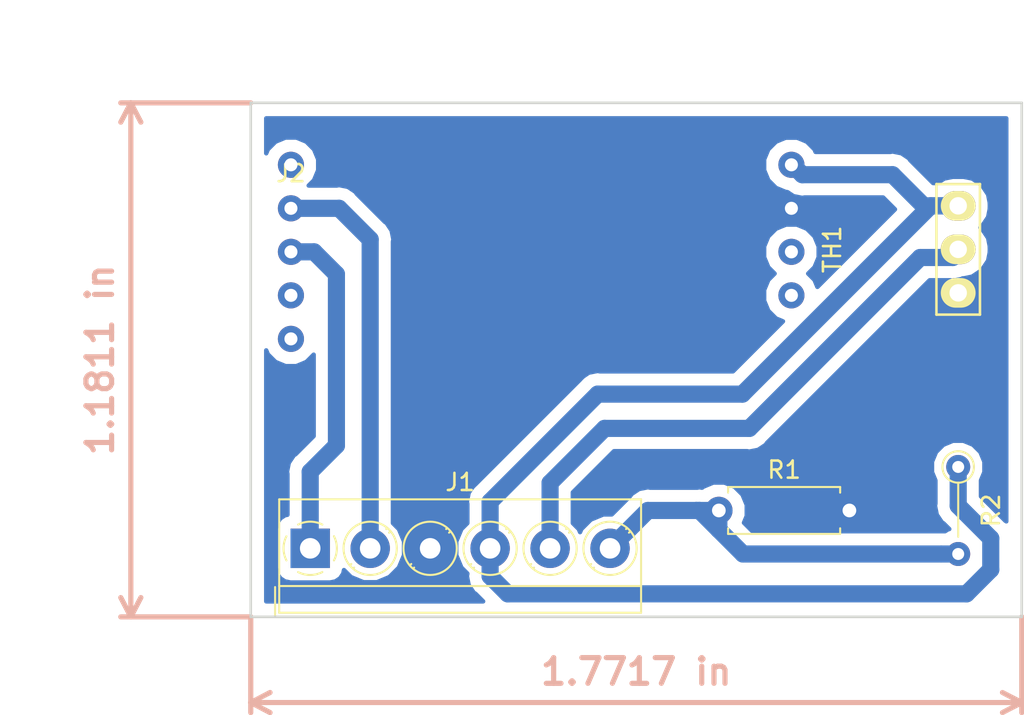
<source format=kicad_pcb>
(kicad_pcb (version 20171130) (host pcbnew "(5.0.1)-4")

  (general
    (thickness 1.6)
    (drawings 6)
    (tracks 56)
    (zones 0)
    (modules 5)
    (nets 12)
  )

  (page A4)
  (layers
    (0 F.Cu signal)
    (31 B.Cu signal)
    (32 B.Adhes user)
    (33 F.Adhes user)
    (34 B.Paste user)
    (35 F.Paste user)
    (36 B.SilkS user)
    (37 F.SilkS user)
    (38 B.Mask user)
    (39 F.Mask user)
    (40 Dwgs.User user)
    (41 Cmts.User user)
    (42 Eco1.User user)
    (43 Eco2.User user)
    (44 Edge.Cuts user)
    (45 Margin user)
    (46 B.CrtYd user)
    (47 F.CrtYd user)
    (48 B.Fab user)
    (49 F.Fab user)
  )

  (setup
    (last_trace_width 1)
    (trace_clearance 0.7)
    (zone_clearance 0.508)
    (zone_45_only no)
    (trace_min 0.2)
    (segment_width 0.2)
    (edge_width 0.15)
    (via_size 2)
    (via_drill 0.8)
    (via_min_size 0.4)
    (via_min_drill 0.3)
    (uvia_size 0.3)
    (uvia_drill 0.1)
    (uvias_allowed no)
    (uvia_min_size 0.2)
    (uvia_min_drill 0.1)
    (pcb_text_width 0.3)
    (pcb_text_size 1.5 1.5)
    (mod_edge_width 0.15)
    (mod_text_size 1 1)
    (mod_text_width 0.15)
    (pad_size 1.524 1.524)
    (pad_drill 0.762)
    (pad_to_mask_clearance 0.051)
    (solder_mask_min_width 0.25)
    (aux_axis_origin 120 104)
    (visible_elements 7FFFFFFF)
    (pcbplotparams
      (layerselection 0x01000_fffffffe)
      (usegerberextensions false)
      (usegerberattributes false)
      (usegerberadvancedattributes false)
      (creategerberjobfile false)
      (excludeedgelayer true)
      (linewidth 0.100000)
      (plotframeref false)
      (viasonmask false)
      (mode 1)
      (useauxorigin true)
      (hpglpennumber 1)
      (hpglpenspeed 20)
      (hpglpendiameter 15.000000)
      (psnegative false)
      (psa4output false)
      (plotreference true)
      (plotvalue true)
      (plotinvisibletext false)
      (padsonsilk false)
      (subtractmaskfromsilk false)
      (outputformat 1)
      (mirror false)
      (drillshape 0)
      (scaleselection 1)
      (outputdirectory "C:/Users/fabri/OneDrive/ProjetElectroniques/Serre_connecte/greenhouse_sensors/"))
  )

  (net 0 "")
  (net 1 "Net-(J1-Pad1)")
  (net 2 "Net-(J1-Pad2)")
  (net 3 GND)
  (net 4 +5V)
  (net 5 "Net-(J1-Pad6)")
  (net 6 "Net-(J2-Pad7)")
  (net 7 "Net-(J2-Pad6)")
  (net 8 "Net-(J2-Pad5)")
  (net 9 "Net-(J2-Pad4)")
  (net 10 "Net-(J2-Pad1)")
  (net 11 "Net-(J1-Pad5)")

  (net_class Default "Ceci est la Netclass par défaut."
    (clearance 0.7)
    (trace_width 1)
    (via_dia 2)
    (via_drill 0.8)
    (uvia_dia 0.3)
    (uvia_drill 0.1)
    (add_net +5V)
    (add_net GND)
    (add_net "Net-(J1-Pad1)")
    (add_net "Net-(J1-Pad2)")
    (add_net "Net-(J1-Pad5)")
    (add_net "Net-(J1-Pad6)")
    (add_net "Net-(J2-Pad1)")
    (add_net "Net-(J2-Pad4)")
    (add_net "Net-(J2-Pad5)")
    (add_net "Net-(J2-Pad6)")
    (add_net "Net-(J2-Pad7)")
  )

  (module ES8266:MHZ19B (layer F.Cu) (tedit 5CD9A991) (tstamp 5E0D2F37)
    (at 122.345001 77.615001)
    (path /5E009C51)
    (fp_text reference J2 (at 0 0.5) (layer F.SilkS)
      (effects (font (size 1 1) (thickness 0.15)))
    )
    (fp_text value CO2_Meter-sensors (at 19.05 0) (layer F.Fab)
      (effects (font (size 1 1) (thickness 0.15)))
    )
    (fp_line (start 1.27 -2.54) (end 27.94 -2.54) (layer F.CrtYd) (width 0.15))
    (fp_line (start 27.94 -2.54) (end 27.94 12.7) (layer F.CrtYd) (width 0.15))
    (fp_line (start 27.94 12.7) (end 1.27 12.7) (layer F.CrtYd) (width 0.15))
    (fp_line (start 1.27 12.7) (end 1.27 -2.54) (layer F.CrtYd) (width 0.15))
    (fp_circle (center 5.08 1.27) (end 6.35 0) (layer F.CrtYd) (width 0.15))
    (fp_line (start 2.54 5.08) (end 11.43 5.08) (layer F.CrtYd) (width 0.15))
    (fp_line (start 11.43 5.08) (end 11.43 11.43) (layer F.CrtYd) (width 0.15))
    (fp_line (start 11.43 11.43) (end 2.54 11.43) (layer F.CrtYd) (width 0.15))
    (fp_line (start 2.54 11.43) (end 2.54 5.08) (layer F.CrtYd) (width 0.15))
    (fp_line (start 1.27 -1.27) (end -1.27 -1.27) (layer F.CrtYd) (width 0.15))
    (fp_line (start -1.27 -1.27) (end -1.27 11.43) (layer F.CrtYd) (width 0.15))
    (fp_line (start -1.27 11.43) (end 1.27 11.43) (layer F.CrtYd) (width 0.15))
    (fp_line (start 27.94 -1.27) (end 30.48 -1.27) (layer F.CrtYd) (width 0.15))
    (fp_line (start 30.48 -1.27) (end 30.48 8.89) (layer F.CrtYd) (width 0.15))
    (fp_line (start 30.48 8.89) (end 27.94 8.89) (layer F.CrtYd) (width 0.15))
    (pad 9 thru_hole circle (at 29.21 0) (size 1.524 1.524) (drill 0.762) (layers *.Cu *.Mask)
      (net 4 +5V))
    (pad 8 thru_hole circle (at 29.21 2.54) (size 1.524 1.524) (drill 0.762) (layers *.Cu *.Mask)
      (net 3 GND))
    (pad 7 thru_hole circle (at 29.21 5.08) (size 1.524 1.524) (drill 0.762) (layers *.Cu *.Mask)
      (net 6 "Net-(J2-Pad7)"))
    (pad 6 thru_hole circle (at 29.21 7.62) (size 1.524 1.524) (drill 0.762) (layers *.Cu *.Mask)
      (net 7 "Net-(J2-Pad6)"))
    (pad 5 thru_hole circle (at 0 10.16) (size 1.524 1.524) (drill 0.762) (layers *.Cu *.Mask)
      (net 8 "Net-(J2-Pad5)"))
    (pad 4 thru_hole circle (at 0 7.62) (size 1.524 1.524) (drill 0.762) (layers *.Cu *.Mask)
      (net 9 "Net-(J2-Pad4)"))
    (pad 3 thru_hole circle (at 0 5.08) (size 1.524 1.524) (drill 0.762) (layers *.Cu *.Mask)
      (net 1 "Net-(J1-Pad1)"))
    (pad 2 thru_hole circle (at 0 2.54) (size 1.524 1.524) (drill 0.762) (layers *.Cu *.Mask)
      (net 2 "Net-(J1-Pad2)"))
    (pad 1 thru_hole circle (at 0 0) (size 1.524 1.524) (drill 0.762) (layers *.Cu *.Mask)
      (net 10 "Net-(J2-Pad1)"))
  )

  (module Resistor_THT:R_Axial_DIN0204_L3.6mm_D1.6mm_P5.08mm_Vertical (layer F.Cu) (tedit 5AE5139B) (tstamp 5E0D2F5D)
    (at 161.29 95.25 270)
    (descr "Resistor, Axial_DIN0204 series, Axial, Vertical, pin pitch=5.08mm, 0.167W, length*diameter=3.6*1.6mm^2, http://cdn-reichelt.de/documents/datenblatt/B400/1_4W%23YAG.pdf")
    (tags "Resistor Axial_DIN0204 series Axial Vertical pin pitch 5.08mm 0.167W length 3.6mm diameter 1.6mm")
    (path /5E009DDC)
    (fp_text reference R2 (at 2.54 -1.92 270) (layer F.SilkS)
      (effects (font (size 1 1) (thickness 0.15)))
    )
    (fp_text value R_PHOTO (at 2.54 1.92 270) (layer F.Fab)
      (effects (font (size 1 1) (thickness 0.15)))
    )
    (fp_circle (center 0 0) (end 0.8 0) (layer F.Fab) (width 0.1))
    (fp_circle (center 0 0) (end 0.92 0) (layer F.SilkS) (width 0.12))
    (fp_line (start 0 0) (end 5.08 0) (layer F.Fab) (width 0.1))
    (fp_line (start 0.92 0) (end 4.08 0) (layer F.SilkS) (width 0.12))
    (fp_line (start -1.05 -1.05) (end -1.05 1.05) (layer F.CrtYd) (width 0.05))
    (fp_line (start -1.05 1.05) (end 6.03 1.05) (layer F.CrtYd) (width 0.05))
    (fp_line (start 6.03 1.05) (end 6.03 -1.05) (layer F.CrtYd) (width 0.05))
    (fp_line (start 6.03 -1.05) (end -1.05 -1.05) (layer F.CrtYd) (width 0.05))
    (fp_text user %R (at 2.54 -1.92 270) (layer F.Fab)
      (effects (font (size 1 1) (thickness 0.15)))
    )
    (pad 1 thru_hole circle (at 0 0 270) (size 1.4 1.4) (drill 0.7) (layers *.Cu *.Mask)
      (net 4 +5V))
    (pad 2 thru_hole oval (at 5.08 0 270) (size 1.4 1.4) (drill 0.7) (layers *.Cu *.Mask)
      (net 5 "Net-(J1-Pad6)"))
    (model ${KISYS3DMOD}/Resistor_THT.3dshapes/R_Axial_DIN0204_L3.6mm_D1.6mm_P5.08mm_Vertical.wrl
      (at (xyz 0 0 0))
      (scale (xyz 1 1 1))
      (rotate (xyz 0 0 0))
    )
  )

  (module ES8266:DHT22_Temperature_Humidity (layer F.Cu) (tedit 5CD9A883) (tstamp 5E0D2F6D)
    (at 161.29 82.55 270)
    (path /5E009CC8)
    (fp_text reference TH1 (at 0 7.35 270) (layer F.SilkS)
      (effects (font (size 1 1) (thickness 0.15)))
    )
    (fp_text value DHT22_Temperature_Humidity-sensors (at 0 5.445 270) (layer F.Fab)
      (effects (font (size 1 1) (thickness 0.15)))
    )
    (fp_line (start -7.62 -2) (end 7.62 -2) (layer B.CrtYd) (width 0.15))
    (fp_line (start -7.62 -3.3) (end 7.62 -3.3) (layer B.CrtYd) (width 0.15))
    (fp_line (start 7.62 -3.3) (end 7.62 4.3) (layer B.CrtYd) (width 0.15))
    (fp_line (start -7.62 -3.3) (end -7.62 4.3) (layer B.CrtYd) (width 0.15))
    (fp_line (start -7.62 4.3) (end 7.62 4.3) (layer B.CrtYd) (width 0.15))
    (fp_line (start -3.81 -1.27) (end 3.81 -1.27) (layer F.SilkS) (width 0.15))
    (fp_line (start 3.81 -1.27) (end 3.81 1.27) (layer F.SilkS) (width 0.15))
    (fp_line (start 3.81 1.27) (end -3.81 1.27) (layer F.SilkS) (width 0.15))
    (fp_line (start -3.81 1.27) (end -3.81 -1.27) (layer F.SilkS) (width 0.15))
    (pad 3 thru_hole oval (at 2.54 0) (size 2.032 1.7272) (drill 1.016) (layers *.Cu *.Mask F.SilkS)
      (net 3 GND))
    (pad 2 thru_hole oval (at 0 0) (size 2.032 1.7272) (drill 1.016) (layers *.Cu *.Mask F.SilkS)
      (net 11 "Net-(J1-Pad5)"))
    (pad 1 thru_hole oval (at -2.54 0) (size 2.032 1.7272) (drill 1.016) (layers *.Cu *.Mask F.SilkS)
      (net 4 +5V))
  )

  (module TerminalBlock_MetzConnect:TerminalBlock_MetzConnect_Type059_RT06306HBWC_1x06_P3.50mm_Horizontal (layer F.Cu) (tedit 5B294EA2) (tstamp 5E0D3E77)
    (at 123.47 100)
    (descr "terminal block Metz Connect Type059_RT06306HBWC, 6 pins, pitch 3.5mm, size 21x6.5mm^2, drill diamater 1.2mm, pad diameter 2.3mm, see http://www.metz-connect.com/de/system/files/productfiles/Datenblatt_310591_RT063xxHBWC_OFF-022684T.pdf, script-generated using https://github.com/pointhi/kicad-footprint-generator/scripts/TerminalBlock_MetzConnect")
    (tags "THT terminal block Metz Connect Type059_RT06306HBWC pitch 3.5mm size 21x6.5mm^2 drill 1.2mm pad 2.3mm")
    (path /5E00A116)
    (fp_text reference J1 (at 8.75 -3.86) (layer F.SilkS)
      (effects (font (size 1 1) (thickness 0.15)))
    )
    (fp_text value Screw_Terminal_01x06 (at 8.75 4.76) (layer F.Fab)
      (effects (font (size 1 1) (thickness 0.15)))
    )
    (fp_arc (start 0 0) (end 0 1.555) (angle -27) (layer F.SilkS) (width 0.12))
    (fp_arc (start 0 0) (end 1.386 0.707) (angle -54) (layer F.SilkS) (width 0.12))
    (fp_arc (start 0 0) (end 0.707 -1.386) (angle -54) (layer F.SilkS) (width 0.12))
    (fp_arc (start 0 0) (end -1.386 -0.707) (angle -54) (layer F.SilkS) (width 0.12))
    (fp_arc (start 0 0) (end -0.707 1.386) (angle -28) (layer F.SilkS) (width 0.12))
    (fp_circle (center 0 0) (end 1.375 0) (layer F.Fab) (width 0.1))
    (fp_circle (center 3.5 0) (end 4.875 0) (layer F.Fab) (width 0.1))
    (fp_circle (center 3.5 0) (end 5.055 0) (layer F.SilkS) (width 0.12))
    (fp_circle (center 7 0) (end 8.375 0) (layer F.Fab) (width 0.1))
    (fp_circle (center 7 0) (end 8.555 0) (layer F.SilkS) (width 0.12))
    (fp_circle (center 10.5 0) (end 11.875 0) (layer F.Fab) (width 0.1))
    (fp_circle (center 10.5 0) (end 12.055 0) (layer F.SilkS) (width 0.12))
    (fp_circle (center 14 0) (end 15.375 0) (layer F.Fab) (width 0.1))
    (fp_circle (center 14 0) (end 15.555 0) (layer F.SilkS) (width 0.12))
    (fp_circle (center 17.5 0) (end 18.875 0) (layer F.Fab) (width 0.1))
    (fp_circle (center 17.5 0) (end 19.055 0) (layer F.SilkS) (width 0.12))
    (fp_line (start -1.75 -2.8) (end 19.25 -2.8) (layer F.Fab) (width 0.1))
    (fp_line (start 19.25 -2.8) (end 19.25 3.7) (layer F.Fab) (width 0.1))
    (fp_line (start 19.25 3.7) (end -0.25 3.7) (layer F.Fab) (width 0.1))
    (fp_line (start -0.25 3.7) (end -1.75 2.2) (layer F.Fab) (width 0.1))
    (fp_line (start -1.75 2.2) (end -1.75 -2.8) (layer F.Fab) (width 0.1))
    (fp_line (start -1.75 2.2) (end 19.25 2.2) (layer F.Fab) (width 0.1))
    (fp_line (start -1.81 2.2) (end 19.311 2.2) (layer F.SilkS) (width 0.12))
    (fp_line (start -1.81 -2.86) (end 19.311 -2.86) (layer F.SilkS) (width 0.12))
    (fp_line (start -1.81 3.76) (end 19.311 3.76) (layer F.SilkS) (width 0.12))
    (fp_line (start -1.81 -2.86) (end -1.81 3.76) (layer F.SilkS) (width 0.12))
    (fp_line (start 19.311 -2.86) (end 19.311 3.76) (layer F.SilkS) (width 0.12))
    (fp_line (start 1.043 -0.875) (end -0.876 1.043) (layer F.Fab) (width 0.1))
    (fp_line (start 0.876 -1.043) (end -1.043 0.875) (layer F.Fab) (width 0.1))
    (fp_line (start 4.543 -0.875) (end 2.625 1.043) (layer F.Fab) (width 0.1))
    (fp_line (start 4.376 -1.043) (end 2.458 0.875) (layer F.Fab) (width 0.1))
    (fp_line (start 4.68 -0.99) (end 4.604 -0.914) (layer F.SilkS) (width 0.12))
    (fp_line (start 2.565 1.125) (end 2.511 1.18) (layer F.SilkS) (width 0.12))
    (fp_line (start 4.49 -1.18) (end 4.436 -1.126) (layer F.SilkS) (width 0.12))
    (fp_line (start 2.397 0.914) (end 2.321 0.99) (layer F.SilkS) (width 0.12))
    (fp_line (start 8.043 -0.875) (end 6.125 1.043) (layer F.Fab) (width 0.1))
    (fp_line (start 7.876 -1.043) (end 5.958 0.875) (layer F.Fab) (width 0.1))
    (fp_line (start 8.18 -0.99) (end 8.104 -0.914) (layer F.SilkS) (width 0.12))
    (fp_line (start 6.065 1.125) (end 6.011 1.18) (layer F.SilkS) (width 0.12))
    (fp_line (start 7.99 -1.18) (end 7.936 -1.126) (layer F.SilkS) (width 0.12))
    (fp_line (start 5.897 0.914) (end 5.821 0.99) (layer F.SilkS) (width 0.12))
    (fp_line (start 11.543 -0.875) (end 9.625 1.043) (layer F.Fab) (width 0.1))
    (fp_line (start 11.376 -1.043) (end 9.458 0.875) (layer F.Fab) (width 0.1))
    (fp_line (start 11.68 -0.99) (end 11.604 -0.914) (layer F.SilkS) (width 0.12))
    (fp_line (start 9.565 1.125) (end 9.511 1.18) (layer F.SilkS) (width 0.12))
    (fp_line (start 11.49 -1.18) (end 11.436 -1.126) (layer F.SilkS) (width 0.12))
    (fp_line (start 9.397 0.914) (end 9.321 0.99) (layer F.SilkS) (width 0.12))
    (fp_line (start 15.043 -0.875) (end 13.125 1.043) (layer F.Fab) (width 0.1))
    (fp_line (start 14.876 -1.043) (end 12.958 0.875) (layer F.Fab) (width 0.1))
    (fp_line (start 15.18 -0.99) (end 15.104 -0.914) (layer F.SilkS) (width 0.12))
    (fp_line (start 13.065 1.125) (end 13.011 1.18) (layer F.SilkS) (width 0.12))
    (fp_line (start 14.99 -1.18) (end 14.936 -1.126) (layer F.SilkS) (width 0.12))
    (fp_line (start 12.897 0.914) (end 12.821 0.99) (layer F.SilkS) (width 0.12))
    (fp_line (start 18.543 -0.875) (end 16.625 1.043) (layer F.Fab) (width 0.1))
    (fp_line (start 18.376 -1.043) (end 16.458 0.875) (layer F.Fab) (width 0.1))
    (fp_line (start 18.68 -0.99) (end 18.604 -0.914) (layer F.SilkS) (width 0.12))
    (fp_line (start 16.565 1.125) (end 16.511 1.18) (layer F.SilkS) (width 0.12))
    (fp_line (start 18.49 -1.18) (end 18.436 -1.126) (layer F.SilkS) (width 0.12))
    (fp_line (start 16.397 0.914) (end 16.321 0.99) (layer F.SilkS) (width 0.12))
    (fp_line (start -2.05 2.26) (end -2.05 4) (layer F.SilkS) (width 0.12))
    (fp_line (start -2.05 4) (end -0.55 4) (layer F.SilkS) (width 0.12))
    (fp_line (start -2.25 -3.3) (end -2.25 4.2) (layer F.CrtYd) (width 0.05))
    (fp_line (start -2.25 4.2) (end 19.75 4.2) (layer F.CrtYd) (width 0.05))
    (fp_line (start 19.75 4.2) (end 19.75 -3.3) (layer F.CrtYd) (width 0.05))
    (fp_line (start 19.75 -3.3) (end -2.25 -3.3) (layer F.CrtYd) (width 0.05))
    (fp_text user %R (at 8.75 2.95) (layer F.Fab)
      (effects (font (size 1 1) (thickness 0.15)))
    )
    (pad 1 thru_hole rect (at 0 0) (size 2.3 2.3) (drill 1.2) (layers *.Cu *.Mask)
      (net 1 "Net-(J1-Pad1)"))
    (pad 2 thru_hole circle (at 3.5 0) (size 2.3 2.3) (drill 1.2) (layers *.Cu *.Mask)
      (net 2 "Net-(J1-Pad2)"))
    (pad 3 thru_hole circle (at 7 0) (size 2.3 2.3) (drill 1.2) (layers *.Cu *.Mask)
      (net 3 GND))
    (pad 4 thru_hole circle (at 10.5 0) (size 2.3 2.3) (drill 1.2) (layers *.Cu *.Mask)
      (net 4 +5V))
    (pad 5 thru_hole circle (at 14 0) (size 2.3 2.3) (drill 1.2) (layers *.Cu *.Mask)
      (net 11 "Net-(J1-Pad5)"))
    (pad 6 thru_hole circle (at 17.5 0) (size 2.3 2.3) (drill 1.2) (layers *.Cu *.Mask)
      (net 5 "Net-(J1-Pad6)"))
    (model ${KISYS3DMOD}/TerminalBlock_MetzConnect.3dshapes/TerminalBlock_MetzConnect_Type059_RT06306HBWC_1x06_P3.50mm_Horizontal.wrl
      (at (xyz 0 0 0))
      (scale (xyz 1 1 1))
      (rotate (xyz 0 0 0))
    )
  )

  (module Resistor_THT:R_Axial_DIN0207_L6.3mm_D2.5mm_P7.62mm_Horizontal (layer F.Cu) (tedit 5AE5139B) (tstamp 5E0D4199)
    (at 147.32 97.79)
    (descr "Resistor, Axial_DIN0207 series, Axial, Horizontal, pin pitch=7.62mm, 0.25W = 1/4W, length*diameter=6.3*2.5mm^2, http://cdn-reichelt.de/documents/datenblatt/B400/1_4W%23YAG.pdf")
    (tags "Resistor Axial_DIN0207 series Axial Horizontal pin pitch 7.62mm 0.25W = 1/4W length 6.3mm diameter 2.5mm")
    (path /5E00AAA8)
    (fp_text reference R1 (at 3.81 -2.37) (layer F.SilkS)
      (effects (font (size 1 1) (thickness 0.15)))
    )
    (fp_text value NU (at 3.81 2.37) (layer F.Fab)
      (effects (font (size 1 1) (thickness 0.15)))
    )
    (fp_line (start 0.66 -1.25) (end 0.66 1.25) (layer F.Fab) (width 0.1))
    (fp_line (start 0.66 1.25) (end 6.96 1.25) (layer F.Fab) (width 0.1))
    (fp_line (start 6.96 1.25) (end 6.96 -1.25) (layer F.Fab) (width 0.1))
    (fp_line (start 6.96 -1.25) (end 0.66 -1.25) (layer F.Fab) (width 0.1))
    (fp_line (start 0 0) (end 0.66 0) (layer F.Fab) (width 0.1))
    (fp_line (start 7.62 0) (end 6.96 0) (layer F.Fab) (width 0.1))
    (fp_line (start 0.54 -1.04) (end 0.54 -1.37) (layer F.SilkS) (width 0.12))
    (fp_line (start 0.54 -1.37) (end 7.08 -1.37) (layer F.SilkS) (width 0.12))
    (fp_line (start 7.08 -1.37) (end 7.08 -1.04) (layer F.SilkS) (width 0.12))
    (fp_line (start 0.54 1.04) (end 0.54 1.37) (layer F.SilkS) (width 0.12))
    (fp_line (start 0.54 1.37) (end 7.08 1.37) (layer F.SilkS) (width 0.12))
    (fp_line (start 7.08 1.37) (end 7.08 1.04) (layer F.SilkS) (width 0.12))
    (fp_line (start -1.05 -1.5) (end -1.05 1.5) (layer F.CrtYd) (width 0.05))
    (fp_line (start -1.05 1.5) (end 8.67 1.5) (layer F.CrtYd) (width 0.05))
    (fp_line (start 8.67 1.5) (end 8.67 -1.5) (layer F.CrtYd) (width 0.05))
    (fp_line (start 8.67 -1.5) (end -1.05 -1.5) (layer F.CrtYd) (width 0.05))
    (fp_text user %R (at 3.81 0) (layer F.Fab)
      (effects (font (size 1 1) (thickness 0.15)))
    )
    (pad 1 thru_hole circle (at 0 0) (size 1.6 1.6) (drill 0.8) (layers *.Cu *.Mask)
      (net 5 "Net-(J1-Pad6)"))
    (pad 2 thru_hole oval (at 7.62 0) (size 1.6 1.6) (drill 0.8) (layers *.Cu *.Mask)
      (net 3 GND))
    (model ${KISYS3DMOD}/Resistor_THT.3dshapes/R_Axial_DIN0207_L6.3mm_D2.5mm_P7.62mm_Horizontal.wrl
      (at (xyz 0 0 0))
      (scale (xyz 1 1 1))
      (rotate (xyz 0 0 0))
    )
  )

  (gr_line (start 120 74) (end 165 74) (layer Edge.Cuts) (width 0.15))
  (dimension 45 (width 0.3) (layer B.SilkS)
    (gr_text "45,000 mm" (at 142.5 111.1) (layer B.SilkS)
      (effects (font (size 1.5 1.5) (thickness 0.3)))
    )
    (feature1 (pts (xy 120 104) (xy 120 109.586421)))
    (feature2 (pts (xy 165 104) (xy 165 109.586421)))
    (crossbar (pts (xy 165 109) (xy 120 109)))
    (arrow1a (pts (xy 120 109) (xy 121.126504 108.413579)))
    (arrow1b (pts (xy 120 109) (xy 121.126504 109.586421)))
    (arrow2a (pts (xy 165 109) (xy 163.873496 108.413579)))
    (arrow2b (pts (xy 165 109) (xy 163.873496 109.586421)))
  )
  (dimension 30 (width 0.3) (layer B.SilkS)
    (gr_text "30,000 mm" (at 110.9 89 270) (layer B.SilkS)
      (effects (font (size 1.5 1.5) (thickness 0.3)))
    )
    (feature1 (pts (xy 120 104) (xy 112.413579 104)))
    (feature2 (pts (xy 120 74) (xy 112.413579 74)))
    (crossbar (pts (xy 113 74) (xy 113 104)))
    (arrow1a (pts (xy 113 104) (xy 112.413579 102.873496)))
    (arrow1b (pts (xy 113 104) (xy 113.586421 102.873496)))
    (arrow2a (pts (xy 113 74) (xy 112.413579 75.126504)))
    (arrow2b (pts (xy 113 74) (xy 113.586421 75.126504)))
  )
  (gr_line (start 120 104) (end 120 74) (layer Edge.Cuts) (width 0.15))
  (gr_line (start 165 104) (end 120 104) (layer Edge.Cuts) (width 0.15))
  (gr_line (start 165 74) (end 165 104) (layer Edge.Cuts) (width 0.15))

  (segment (start 122.345001 82.695001) (end 123.695001 82.695001) (width 1) (layer B.Cu) (net 1))
  (segment (start 123.695001 82.695001) (end 125 84) (width 1) (layer B.Cu) (net 1))
  (segment (start 125 84) (end 125 94) (width 1) (layer B.Cu) (net 1))
  (segment (start 123.47 95.53) (end 123.47 100) (width 1) (layer B.Cu) (net 1))
  (segment (start 125 94) (end 123.47 95.53) (width 1) (layer B.Cu) (net 1))
  (segment (start 122.345001 80.155001) (end 125.155001 80.155001) (width 1) (layer B.Cu) (net 2))
  (segment (start 126.97 81.97) (end 126.97 100) (width 1) (layer B.Cu) (net 2))
  (segment (start 125.155001 80.155001) (end 126.97 81.97) (width 1) (layer B.Cu) (net 2))
  (segment (start 151.4 80) (end 151.555001 80.155001) (width 1) (layer B.Cu) (net 3))
  (segment (start 144 84.843655) (end 144 80) (width 1) (layer B.Cu) (net 3))
  (segment (start 130.47 100) (end 130.47 98.373655) (width 1) (layer B.Cu) (net 3))
  (segment (start 130.47 98.373655) (end 144 84.843655) (width 1) (layer B.Cu) (net 3))
  (segment (start 161.29 91.44) (end 154.94 97.79) (width 1) (layer B.Cu) (net 3))
  (segment (start 161.29 85.09) (end 161.29 91.44) (width 1) (layer B.Cu) (net 3))
  (segment (start 150.347 75.653) (end 161.653 75.653) (width 1) (layer B.Cu) (net 3))
  (segment (start 148 78) (end 150.347 75.653) (width 1) (layer B.Cu) (net 3))
  (segment (start 148 80) (end 148 78) (width 1) (layer B.Cu) (net 3))
  (segment (start 148 80) (end 151.4 80) (width 1) (layer B.Cu) (net 3))
  (segment (start 144 80) (end 148 80) (width 1) (layer B.Cu) (net 3))
  (segment (start 163.306 85.09) (end 161.29 85.09) (width 1) (layer B.Cu) (net 3))
  (segment (start 163.50601 84.88999) (end 163.306 85.09) (width 1) (layer B.Cu) (net 3))
  (segment (start 163.50601 77.50601) (end 163.50601 84.88999) (width 1) (layer B.Cu) (net 3))
  (segment (start 161.653 75.653) (end 163.50601 77.50601) (width 1) (layer B.Cu) (net 3))
  (segment (start 159.274 80.01) (end 161.29 80.01) (width 1) (layer B.Cu) (net 4))
  (segment (start 157.457 78.193) (end 159.274 80.01) (width 1) (layer B.Cu) (net 4))
  (segment (start 152.193 78.193) (end 157.457 78.193) (width 1) (layer B.Cu) (net 4))
  (segment (start 151.615001 77.615001) (end 152.193 78.193) (width 1) (layer B.Cu) (net 4))
  (segment (start 151.555001 77.615001) (end 151.615001 77.615001) (width 1) (layer B.Cu) (net 4))
  (segment (start 159.683764 80.01) (end 148.693764 91) (width 1) (layer B.Cu) (net 4))
  (segment (start 161.29 80.01) (end 159.683764 80.01) (width 1) (layer B.Cu) (net 4))
  (segment (start 148.693764 91) (end 140.247831 91) (width 1) (layer B.Cu) (net 4))
  (segment (start 133.97 97.277831) (end 133.97 100) (width 1) (layer B.Cu) (net 4))
  (segment (start 140.247831 91) (end 133.97 97.277831) (width 1) (layer B.Cu) (net 4))
  (segment (start 133.97 100) (end 133.97 101.626345) (width 1) (layer B.Cu) (net 4))
  (segment (start 133.97 101.626345) (end 135 102.656345) (width 1) (layer B.Cu) (net 4))
  (segment (start 161.775657 102.656345) (end 135 102.656345) (width 1) (layer B.Cu) (net 4))
  (segment (start 163.190001 101.242001) (end 161.775657 102.656345) (width 1) (layer B.Cu) (net 4))
  (segment (start 163.190001 99.417999) (end 163.190001 101.242001) (width 1) (layer B.Cu) (net 4))
  (segment (start 161.29 97.517998) (end 163.190001 99.417999) (width 1) (layer B.Cu) (net 4))
  (segment (start 161.29 95.25) (end 161.29 97.517998) (width 1) (layer B.Cu) (net 4))
  (segment (start 143.18 97.79) (end 140.97 100) (width 1) (layer B.Cu) (net 5))
  (segment (start 160.300051 100.33) (end 161.29 100.33) (width 1) (layer B.Cu) (net 5))
  (segment (start 148.72863 100.33) (end 160.300051 100.33) (width 1) (layer B.Cu) (net 5))
  (segment (start 147.32 98.92137) (end 148.72863 100.33) (width 1) (layer B.Cu) (net 5))
  (segment (start 147.32 97.79) (end 147.32 98.92137) (width 1) (layer B.Cu) (net 5))
  (segment (start 146.18863 97.79) (end 147.32 98.92137) (width 1) (layer B.Cu) (net 5))
  (segment (start 146 97.79) (end 146.18863 97.79) (width 1) (layer B.Cu) (net 5))
  (segment (start 146 97.79) (end 143.18 97.79) (width 1) (layer B.Cu) (net 5))
  (segment (start 147.32 97.79) (end 146 97.79) (width 1) (layer B.Cu) (net 5))
  (segment (start 159.07155 83.02639) (end 149.09794 93) (width 1) (layer B.Cu) (net 11))
  (segment (start 160.97361 83.02639) (end 159.07155 83.02639) (width 1) (layer B.Cu) (net 11))
  (segment (start 161.29 82.55) (end 161.29 82.71) (width 1) (layer B.Cu) (net 11))
  (segment (start 161.29 82.71) (end 160.97361 83.02639) (width 1) (layer B.Cu) (net 11))
  (segment (start 149.09794 93) (end 140.652007 93) (width 1) (layer B.Cu) (net 11))
  (segment (start 137.47 96.182007) (end 137.47 100) (width 1) (layer B.Cu) (net 11))
  (segment (start 140.652007 93) (end 137.47 96.182007) (width 1) (layer B.Cu) (net 11))

  (zone (net 3) (net_name GND) (layer B.Cu) (tstamp 0) (hatch edge 0.508)
    (connect_pads yes (clearance 0.7))
    (min_thickness 0.254)
    (fill yes (arc_segments 16) (thermal_gap 0.508) (thermal_bridge_width 0.508))
    (polygon
      (pts
        (xy 120 74) (xy 165 74) (xy 165 104) (xy 120 104)
      )
    )
    (filled_polygon
      (pts
        (xy 164.098001 98.428737) (xy 164.035918 98.387255) (xy 162.617 96.968338) (xy 162.617 96.036582) (xy 162.817 95.553739)
        (xy 162.817 94.946261) (xy 162.584528 94.385024) (xy 162.154976 93.955472) (xy 161.593739 93.723) (xy 160.986261 93.723)
        (xy 160.425024 93.955472) (xy 159.995472 94.385024) (xy 159.763 94.946261) (xy 159.763 95.553739) (xy 159.963 96.036583)
        (xy 159.963001 97.387302) (xy 159.937004 97.517998) (xy 160.039994 98.035767) (xy 160.259254 98.363912) (xy 160.333288 98.474711)
        (xy 160.444086 98.548744) (xy 160.771552 98.876211) (xy 160.694194 98.891598) (xy 160.527469 99.003) (xy 149.278291 99.003)
        (xy 148.783542 98.508252) (xy 148.947 98.11363) (xy 148.947 97.46637) (xy 148.699304 96.868378) (xy 148.241622 96.410696)
        (xy 147.64363 96.163) (xy 146.99637 96.163) (xy 146.398378 96.410696) (xy 146.346074 96.463) (xy 146.319322 96.463)
        (xy 146.18863 96.437004) (xy 146.057938 96.463) (xy 143.310692 96.463) (xy 143.18 96.437004) (xy 143.049308 96.463)
        (xy 143.049304 96.463) (xy 142.66223 96.539994) (xy 142.223287 96.833287) (xy 142.149254 96.944085) (xy 141.07034 98.023)
        (xy 140.57675 98.023) (xy 139.850119 98.32398) (xy 139.29398 98.880119) (xy 139.22 99.058723) (xy 139.14602 98.880119)
        (xy 138.797 98.531099) (xy 138.797 96.731667) (xy 141.201668 94.327) (xy 148.967248 94.327) (xy 149.09794 94.352996)
        (xy 149.228632 94.327) (xy 149.228636 94.327) (xy 149.61571 94.250006) (xy 150.054653 93.956713) (xy 150.128688 93.845912)
        (xy 159.621212 84.35339) (xy 160.842918 84.35339) (xy 160.97361 84.379386) (xy 161.104302 84.35339) (xy 161.104306 84.35339)
        (xy 161.49138 84.276396) (xy 161.544952 84.2406) (xy 161.608906 84.2406) (xy 162.102039 84.14251) (xy 162.661254 83.768854)
        (xy 163.03491 83.209639) (xy 163.16612 82.55) (xy 163.03491 81.890361) (xy 162.661254 81.331146) (xy 162.584709 81.28)
        (xy 162.661254 81.228854) (xy 163.03491 80.669639) (xy 163.16612 80.01) (xy 163.03491 79.350361) (xy 162.661254 78.791146)
        (xy 162.102039 78.41749) (xy 161.608906 78.3194) (xy 160.971094 78.3194) (xy 160.477961 78.41749) (xy 160.080598 78.683)
        (xy 159.823661 78.683) (xy 158.487748 77.347088) (xy 158.413713 77.236287) (xy 157.97477 76.942994) (xy 157.587696 76.866)
        (xy 157.587692 76.866) (xy 157.457 76.840004) (xy 157.326308 76.866) (xy 152.964676 76.866) (xy 152.90209 76.714905)
        (xy 152.455097 76.267912) (xy 151.871073 76.026001) (xy 151.238929 76.026001) (xy 150.654905 76.267912) (xy 150.207912 76.714905)
        (xy 149.966001 77.298929) (xy 149.966001 77.931073) (xy 150.207912 78.515097) (xy 150.654905 78.96209) (xy 151.238929 79.204001)
        (xy 151.317535 79.204001) (xy 151.67523 79.443006) (xy 152.062304 79.52) (xy 152.062307 79.52) (xy 152.192999 79.545996)
        (xy 152.323691 79.52) (xy 156.90734 79.52) (xy 157.602221 80.214882) (xy 153.072 84.745103) (xy 152.90209 84.334905)
        (xy 152.532186 83.965001) (xy 152.90209 83.595097) (xy 153.144001 83.011073) (xy 153.144001 82.378929) (xy 152.90209 81.794905)
        (xy 152.455097 81.347912) (xy 151.871073 81.106001) (xy 151.238929 81.106001) (xy 150.654905 81.347912) (xy 150.207912 81.794905)
        (xy 149.966001 82.378929) (xy 149.966001 83.011073) (xy 150.207912 83.595097) (xy 150.577816 83.965001) (xy 150.207912 84.334905)
        (xy 149.966001 84.918929) (xy 149.966001 85.551073) (xy 150.207912 86.135097) (xy 150.654905 86.58209) (xy 151.065104 86.752)
        (xy 148.144104 89.673) (xy 140.378523 89.673) (xy 140.247831 89.647004) (xy 140.117139 89.673) (xy 140.117135 89.673)
        (xy 139.730061 89.749994) (xy 139.291118 90.043287) (xy 139.217085 90.154085) (xy 133.124086 96.247085) (xy 133.013287 96.321119)
        (xy 132.719994 96.760062) (xy 132.643 97.147136) (xy 132.643 97.147139) (xy 132.617004 97.277831) (xy 132.643 97.408523)
        (xy 132.643 98.531099) (xy 132.29398 98.880119) (xy 131.993 99.60675) (xy 131.993 100.39325) (xy 132.29398 101.119881)
        (xy 132.643 101.468901) (xy 132.643 101.495653) (xy 132.617004 101.626345) (xy 132.643 101.757037) (xy 132.643 101.757041)
        (xy 132.683409 101.960187) (xy 132.719994 102.144114) (xy 132.719995 102.144115) (xy 133.013288 102.583058) (xy 133.124086 102.657091)
        (xy 133.564994 103.098) (xy 120.902 103.098) (xy 120.902 88.443545) (xy 120.997912 88.675097) (xy 121.444905 89.12209)
        (xy 122.028929 89.364001) (xy 122.661073 89.364001) (xy 123.245097 89.12209) (xy 123.673 88.694187) (xy 123.673001 93.450338)
        (xy 122.624086 94.499254) (xy 122.513287 94.573288) (xy 122.219994 95.012231) (xy 122.143 95.399305) (xy 122.143 95.399308)
        (xy 122.117004 95.53) (xy 122.143 95.660692) (xy 122.143001 98.042006) (xy 121.997321 98.070984) (xy 121.723767 98.253767)
        (xy 121.540984 98.527321) (xy 121.476799 98.85) (xy 121.476799 101.15) (xy 121.540984 101.472679) (xy 121.723767 101.746233)
        (xy 121.997321 101.929016) (xy 122.32 101.993201) (xy 124.62 101.993201) (xy 124.942679 101.929016) (xy 125.216233 101.746233)
        (xy 125.399016 101.472679) (xy 125.440122 101.266023) (xy 125.850119 101.67602) (xy 126.57675 101.977) (xy 127.36325 101.977)
        (xy 128.089881 101.67602) (xy 128.64602 101.119881) (xy 128.947 100.39325) (xy 128.947 99.60675) (xy 128.64602 98.880119)
        (xy 128.297 98.531099) (xy 128.297 82.100691) (xy 128.322996 81.969999) (xy 128.297 81.839305) (xy 128.297 81.839304)
        (xy 128.220006 81.45223) (xy 128.215172 81.444995) (xy 128.000746 81.124085) (xy 128.000744 81.124083) (xy 127.926712 81.013287)
        (xy 127.815917 80.939256) (xy 126.185749 79.309089) (xy 126.111714 79.198288) (xy 125.672771 78.904995) (xy 125.285697 78.828001)
        (xy 125.285693 78.828001) (xy 125.155001 78.802005) (xy 125.024309 78.828001) (xy 123.379186 78.828001) (xy 123.69209 78.515097)
        (xy 123.934001 77.931073) (xy 123.934001 77.298929) (xy 123.69209 76.714905) (xy 123.245097 76.267912) (xy 122.661073 76.026001)
        (xy 122.028929 76.026001) (xy 121.444905 76.267912) (xy 120.997912 76.714905) (xy 120.902 76.946457) (xy 120.902 74.902)
        (xy 164.098 74.902)
      )
    )
  )
)

</source>
